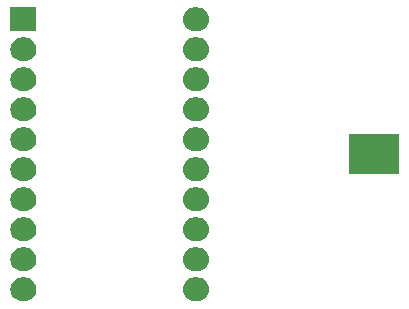
<source format=gbr>
G04 #@! TF.GenerationSoftware,KiCad,Pcbnew,(5.1.5)-3*
G04 #@! TF.CreationDate,2020-06-09T14:00:07-04:00*
G04 #@! TF.ProjectId,ble_mvp_1A-rev2-ButtonDaughter,626c655f-6d76-4705-9f31-412d72657632,rev?*
G04 #@! TF.SameCoordinates,Original*
G04 #@! TF.FileFunction,Soldermask,Bot*
G04 #@! TF.FilePolarity,Negative*
%FSLAX46Y46*%
G04 Gerber Fmt 4.6, Leading zero omitted, Abs format (unit mm)*
G04 Created by KiCad (PCBNEW (5.1.5)-3) date 2020-06-09 14:00:07*
%MOMM*%
%LPD*%
G04 APERTURE LIST*
%ADD10C,0.100000*%
G04 APERTURE END LIST*
D10*
G36*
X142003028Y-101007183D02*
G01*
X142191722Y-101064423D01*
X142365615Y-101157371D01*
X142518039Y-101282461D01*
X142643129Y-101434885D01*
X142736077Y-101608778D01*
X142793317Y-101797472D01*
X142812643Y-101993700D01*
X142793317Y-102189928D01*
X142736077Y-102378622D01*
X142643129Y-102552515D01*
X142518039Y-102704939D01*
X142365615Y-102830029D01*
X142191722Y-102922977D01*
X142003028Y-102980217D01*
X141855975Y-102994700D01*
X141557625Y-102994700D01*
X141410572Y-102980217D01*
X141221878Y-102922977D01*
X141047985Y-102830029D01*
X140895561Y-102704939D01*
X140770471Y-102552515D01*
X140677523Y-102378622D01*
X140620283Y-102189928D01*
X140600957Y-101993700D01*
X140620283Y-101797472D01*
X140677523Y-101608778D01*
X140770471Y-101434885D01*
X140895561Y-101282461D01*
X141047985Y-101157371D01*
X141221878Y-101064423D01*
X141410572Y-101007183D01*
X141557625Y-100992700D01*
X141855975Y-100992700D01*
X142003028Y-101007183D01*
G37*
G36*
X127393028Y-101007183D02*
G01*
X127581722Y-101064423D01*
X127755615Y-101157371D01*
X127908039Y-101282461D01*
X128033129Y-101434885D01*
X128126077Y-101608778D01*
X128183317Y-101797472D01*
X128202643Y-101993700D01*
X128183317Y-102189928D01*
X128126077Y-102378622D01*
X128033129Y-102552515D01*
X127908039Y-102704939D01*
X127755615Y-102830029D01*
X127581722Y-102922977D01*
X127393028Y-102980217D01*
X127245975Y-102994700D01*
X126947625Y-102994700D01*
X126800572Y-102980217D01*
X126611878Y-102922977D01*
X126437985Y-102830029D01*
X126285561Y-102704939D01*
X126160471Y-102552515D01*
X126067523Y-102378622D01*
X126010283Y-102189928D01*
X125990957Y-101993700D01*
X126010283Y-101797472D01*
X126067523Y-101608778D01*
X126160471Y-101434885D01*
X126285561Y-101282461D01*
X126437985Y-101157371D01*
X126611878Y-101064423D01*
X126800572Y-101007183D01*
X126947625Y-100992700D01*
X127245975Y-100992700D01*
X127393028Y-101007183D01*
G37*
G36*
X142003028Y-98467183D02*
G01*
X142191722Y-98524423D01*
X142365615Y-98617371D01*
X142518039Y-98742461D01*
X142643129Y-98894885D01*
X142736077Y-99068778D01*
X142793317Y-99257472D01*
X142812643Y-99453700D01*
X142793317Y-99649928D01*
X142736077Y-99838622D01*
X142643129Y-100012515D01*
X142518039Y-100164939D01*
X142365615Y-100290029D01*
X142191722Y-100382977D01*
X142003028Y-100440217D01*
X141855975Y-100454700D01*
X141557625Y-100454700D01*
X141410572Y-100440217D01*
X141221878Y-100382977D01*
X141047985Y-100290029D01*
X140895561Y-100164939D01*
X140770471Y-100012515D01*
X140677523Y-99838622D01*
X140620283Y-99649928D01*
X140600957Y-99453700D01*
X140620283Y-99257472D01*
X140677523Y-99068778D01*
X140770471Y-98894885D01*
X140895561Y-98742461D01*
X141047985Y-98617371D01*
X141221878Y-98524423D01*
X141410572Y-98467183D01*
X141557625Y-98452700D01*
X141855975Y-98452700D01*
X142003028Y-98467183D01*
G37*
G36*
X127393028Y-98467183D02*
G01*
X127581722Y-98524423D01*
X127755615Y-98617371D01*
X127908039Y-98742461D01*
X128033129Y-98894885D01*
X128126077Y-99068778D01*
X128183317Y-99257472D01*
X128202643Y-99453700D01*
X128183317Y-99649928D01*
X128126077Y-99838622D01*
X128033129Y-100012515D01*
X127908039Y-100164939D01*
X127755615Y-100290029D01*
X127581722Y-100382977D01*
X127393028Y-100440217D01*
X127245975Y-100454700D01*
X126947625Y-100454700D01*
X126800572Y-100440217D01*
X126611878Y-100382977D01*
X126437985Y-100290029D01*
X126285561Y-100164939D01*
X126160471Y-100012515D01*
X126067523Y-99838622D01*
X126010283Y-99649928D01*
X125990957Y-99453700D01*
X126010283Y-99257472D01*
X126067523Y-99068778D01*
X126160471Y-98894885D01*
X126285561Y-98742461D01*
X126437985Y-98617371D01*
X126611878Y-98524423D01*
X126800572Y-98467183D01*
X126947625Y-98452700D01*
X127245975Y-98452700D01*
X127393028Y-98467183D01*
G37*
G36*
X127393028Y-95927183D02*
G01*
X127581722Y-95984423D01*
X127755615Y-96077371D01*
X127908039Y-96202461D01*
X128033129Y-96354885D01*
X128126077Y-96528778D01*
X128183317Y-96717472D01*
X128202643Y-96913700D01*
X128183317Y-97109928D01*
X128126077Y-97298622D01*
X128033129Y-97472515D01*
X127908039Y-97624939D01*
X127755615Y-97750029D01*
X127581722Y-97842977D01*
X127393028Y-97900217D01*
X127245975Y-97914700D01*
X126947625Y-97914700D01*
X126800572Y-97900217D01*
X126611878Y-97842977D01*
X126437985Y-97750029D01*
X126285561Y-97624939D01*
X126160471Y-97472515D01*
X126067523Y-97298622D01*
X126010283Y-97109928D01*
X125990957Y-96913700D01*
X126010283Y-96717472D01*
X126067523Y-96528778D01*
X126160471Y-96354885D01*
X126285561Y-96202461D01*
X126437985Y-96077371D01*
X126611878Y-95984423D01*
X126800572Y-95927183D01*
X126947625Y-95912700D01*
X127245975Y-95912700D01*
X127393028Y-95927183D01*
G37*
G36*
X142003028Y-95927183D02*
G01*
X142191722Y-95984423D01*
X142365615Y-96077371D01*
X142518039Y-96202461D01*
X142643129Y-96354885D01*
X142736077Y-96528778D01*
X142793317Y-96717472D01*
X142812643Y-96913700D01*
X142793317Y-97109928D01*
X142736077Y-97298622D01*
X142643129Y-97472515D01*
X142518039Y-97624939D01*
X142365615Y-97750029D01*
X142191722Y-97842977D01*
X142003028Y-97900217D01*
X141855975Y-97914700D01*
X141557625Y-97914700D01*
X141410572Y-97900217D01*
X141221878Y-97842977D01*
X141047985Y-97750029D01*
X140895561Y-97624939D01*
X140770471Y-97472515D01*
X140677523Y-97298622D01*
X140620283Y-97109928D01*
X140600957Y-96913700D01*
X140620283Y-96717472D01*
X140677523Y-96528778D01*
X140770471Y-96354885D01*
X140895561Y-96202461D01*
X141047985Y-96077371D01*
X141221878Y-95984423D01*
X141410572Y-95927183D01*
X141557625Y-95912700D01*
X141855975Y-95912700D01*
X142003028Y-95927183D01*
G37*
G36*
X127393028Y-93387183D02*
G01*
X127581722Y-93444423D01*
X127755615Y-93537371D01*
X127908039Y-93662461D01*
X128033129Y-93814885D01*
X128126077Y-93988778D01*
X128183317Y-94177472D01*
X128202643Y-94373700D01*
X128183317Y-94569928D01*
X128126077Y-94758622D01*
X128033129Y-94932515D01*
X127908039Y-95084939D01*
X127755615Y-95210029D01*
X127581722Y-95302977D01*
X127393028Y-95360217D01*
X127245975Y-95374700D01*
X126947625Y-95374700D01*
X126800572Y-95360217D01*
X126611878Y-95302977D01*
X126437985Y-95210029D01*
X126285561Y-95084939D01*
X126160471Y-94932515D01*
X126067523Y-94758622D01*
X126010283Y-94569928D01*
X125990957Y-94373700D01*
X126010283Y-94177472D01*
X126067523Y-93988778D01*
X126160471Y-93814885D01*
X126285561Y-93662461D01*
X126437985Y-93537371D01*
X126611878Y-93444423D01*
X126800572Y-93387183D01*
X126947625Y-93372700D01*
X127245975Y-93372700D01*
X127393028Y-93387183D01*
G37*
G36*
X142003028Y-93387183D02*
G01*
X142191722Y-93444423D01*
X142365615Y-93537371D01*
X142518039Y-93662461D01*
X142643129Y-93814885D01*
X142736077Y-93988778D01*
X142793317Y-94177472D01*
X142812643Y-94373700D01*
X142793317Y-94569928D01*
X142736077Y-94758622D01*
X142643129Y-94932515D01*
X142518039Y-95084939D01*
X142365615Y-95210029D01*
X142191722Y-95302977D01*
X142003028Y-95360217D01*
X141855975Y-95374700D01*
X141557625Y-95374700D01*
X141410572Y-95360217D01*
X141221878Y-95302977D01*
X141047985Y-95210029D01*
X140895561Y-95084939D01*
X140770471Y-94932515D01*
X140677523Y-94758622D01*
X140620283Y-94569928D01*
X140600957Y-94373700D01*
X140620283Y-94177472D01*
X140677523Y-93988778D01*
X140770471Y-93814885D01*
X140895561Y-93662461D01*
X141047985Y-93537371D01*
X141221878Y-93444423D01*
X141410572Y-93387183D01*
X141557625Y-93372700D01*
X141855975Y-93372700D01*
X142003028Y-93387183D01*
G37*
G36*
X142003028Y-90847183D02*
G01*
X142191722Y-90904423D01*
X142365615Y-90997371D01*
X142518039Y-91122461D01*
X142643129Y-91274885D01*
X142736077Y-91448778D01*
X142793317Y-91637472D01*
X142812643Y-91833700D01*
X142793317Y-92029928D01*
X142736077Y-92218622D01*
X142643129Y-92392515D01*
X142518039Y-92544939D01*
X142365615Y-92670029D01*
X142191722Y-92762977D01*
X142003028Y-92820217D01*
X141855975Y-92834700D01*
X141557625Y-92834700D01*
X141410572Y-92820217D01*
X141221878Y-92762977D01*
X141047985Y-92670029D01*
X140895561Y-92544939D01*
X140770471Y-92392515D01*
X140677523Y-92218622D01*
X140620283Y-92029928D01*
X140600957Y-91833700D01*
X140620283Y-91637472D01*
X140677523Y-91448778D01*
X140770471Y-91274885D01*
X140895561Y-91122461D01*
X141047985Y-90997371D01*
X141221878Y-90904423D01*
X141410572Y-90847183D01*
X141557625Y-90832700D01*
X141855975Y-90832700D01*
X142003028Y-90847183D01*
G37*
G36*
X127393028Y-90847183D02*
G01*
X127581722Y-90904423D01*
X127755615Y-90997371D01*
X127908039Y-91122461D01*
X128033129Y-91274885D01*
X128126077Y-91448778D01*
X128183317Y-91637472D01*
X128202643Y-91833700D01*
X128183317Y-92029928D01*
X128126077Y-92218622D01*
X128033129Y-92392515D01*
X127908039Y-92544939D01*
X127755615Y-92670029D01*
X127581722Y-92762977D01*
X127393028Y-92820217D01*
X127245975Y-92834700D01*
X126947625Y-92834700D01*
X126800572Y-92820217D01*
X126611878Y-92762977D01*
X126437985Y-92670029D01*
X126285561Y-92544939D01*
X126160471Y-92392515D01*
X126067523Y-92218622D01*
X126010283Y-92029928D01*
X125990957Y-91833700D01*
X126010283Y-91637472D01*
X126067523Y-91448778D01*
X126160471Y-91274885D01*
X126285561Y-91122461D01*
X126437985Y-90997371D01*
X126611878Y-90904423D01*
X126800572Y-90847183D01*
X126947625Y-90832700D01*
X127245975Y-90832700D01*
X127393028Y-90847183D01*
G37*
G36*
X158862793Y-92261000D02*
G01*
X154660793Y-92261000D01*
X154660793Y-88859000D01*
X158862793Y-88859000D01*
X158862793Y-92261000D01*
G37*
G36*
X127393028Y-88307183D02*
G01*
X127581722Y-88364423D01*
X127755615Y-88457371D01*
X127908039Y-88582461D01*
X128033129Y-88734885D01*
X128126077Y-88908778D01*
X128183317Y-89097472D01*
X128202643Y-89293700D01*
X128183317Y-89489928D01*
X128126077Y-89678622D01*
X128033129Y-89852515D01*
X127908039Y-90004939D01*
X127755615Y-90130029D01*
X127581722Y-90222977D01*
X127393028Y-90280217D01*
X127245975Y-90294700D01*
X126947625Y-90294700D01*
X126800572Y-90280217D01*
X126611878Y-90222977D01*
X126437985Y-90130029D01*
X126285561Y-90004939D01*
X126160471Y-89852515D01*
X126067523Y-89678622D01*
X126010283Y-89489928D01*
X125990957Y-89293700D01*
X126010283Y-89097472D01*
X126067523Y-88908778D01*
X126160471Y-88734885D01*
X126285561Y-88582461D01*
X126437985Y-88457371D01*
X126611878Y-88364423D01*
X126800572Y-88307183D01*
X126947625Y-88292700D01*
X127245975Y-88292700D01*
X127393028Y-88307183D01*
G37*
G36*
X142003028Y-88307183D02*
G01*
X142191722Y-88364423D01*
X142365615Y-88457371D01*
X142518039Y-88582461D01*
X142643129Y-88734885D01*
X142736077Y-88908778D01*
X142793317Y-89097472D01*
X142812643Y-89293700D01*
X142793317Y-89489928D01*
X142736077Y-89678622D01*
X142643129Y-89852515D01*
X142518039Y-90004939D01*
X142365615Y-90130029D01*
X142191722Y-90222977D01*
X142003028Y-90280217D01*
X141855975Y-90294700D01*
X141557625Y-90294700D01*
X141410572Y-90280217D01*
X141221878Y-90222977D01*
X141047985Y-90130029D01*
X140895561Y-90004939D01*
X140770471Y-89852515D01*
X140677523Y-89678622D01*
X140620283Y-89489928D01*
X140600957Y-89293700D01*
X140620283Y-89097472D01*
X140677523Y-88908778D01*
X140770471Y-88734885D01*
X140895561Y-88582461D01*
X141047985Y-88457371D01*
X141221878Y-88364423D01*
X141410572Y-88307183D01*
X141557625Y-88292700D01*
X141855975Y-88292700D01*
X142003028Y-88307183D01*
G37*
G36*
X127393028Y-85767183D02*
G01*
X127581722Y-85824423D01*
X127755615Y-85917371D01*
X127908039Y-86042461D01*
X128033129Y-86194885D01*
X128126077Y-86368778D01*
X128183317Y-86557472D01*
X128202643Y-86753700D01*
X128183317Y-86949928D01*
X128126077Y-87138622D01*
X128033129Y-87312515D01*
X127908039Y-87464939D01*
X127755615Y-87590029D01*
X127581722Y-87682977D01*
X127393028Y-87740217D01*
X127245975Y-87754700D01*
X126947625Y-87754700D01*
X126800572Y-87740217D01*
X126611878Y-87682977D01*
X126437985Y-87590029D01*
X126285561Y-87464939D01*
X126160471Y-87312515D01*
X126067523Y-87138622D01*
X126010283Y-86949928D01*
X125990957Y-86753700D01*
X126010283Y-86557472D01*
X126067523Y-86368778D01*
X126160471Y-86194885D01*
X126285561Y-86042461D01*
X126437985Y-85917371D01*
X126611878Y-85824423D01*
X126800572Y-85767183D01*
X126947625Y-85752700D01*
X127245975Y-85752700D01*
X127393028Y-85767183D01*
G37*
G36*
X142003028Y-85767183D02*
G01*
X142191722Y-85824423D01*
X142365615Y-85917371D01*
X142518039Y-86042461D01*
X142643129Y-86194885D01*
X142736077Y-86368778D01*
X142793317Y-86557472D01*
X142812643Y-86753700D01*
X142793317Y-86949928D01*
X142736077Y-87138622D01*
X142643129Y-87312515D01*
X142518039Y-87464939D01*
X142365615Y-87590029D01*
X142191722Y-87682977D01*
X142003028Y-87740217D01*
X141855975Y-87754700D01*
X141557625Y-87754700D01*
X141410572Y-87740217D01*
X141221878Y-87682977D01*
X141047985Y-87590029D01*
X140895561Y-87464939D01*
X140770471Y-87312515D01*
X140677523Y-87138622D01*
X140620283Y-86949928D01*
X140600957Y-86753700D01*
X140620283Y-86557472D01*
X140677523Y-86368778D01*
X140770471Y-86194885D01*
X140895561Y-86042461D01*
X141047985Y-85917371D01*
X141221878Y-85824423D01*
X141410572Y-85767183D01*
X141557625Y-85752700D01*
X141855975Y-85752700D01*
X142003028Y-85767183D01*
G37*
G36*
X127393028Y-83227183D02*
G01*
X127581722Y-83284423D01*
X127755615Y-83377371D01*
X127908039Y-83502461D01*
X128033129Y-83654885D01*
X128126077Y-83828778D01*
X128183317Y-84017472D01*
X128202643Y-84213700D01*
X128183317Y-84409928D01*
X128126077Y-84598622D01*
X128033129Y-84772515D01*
X127908039Y-84924939D01*
X127755615Y-85050029D01*
X127581722Y-85142977D01*
X127393028Y-85200217D01*
X127245975Y-85214700D01*
X126947625Y-85214700D01*
X126800572Y-85200217D01*
X126611878Y-85142977D01*
X126437985Y-85050029D01*
X126285561Y-84924939D01*
X126160471Y-84772515D01*
X126067523Y-84598622D01*
X126010283Y-84409928D01*
X125990957Y-84213700D01*
X126010283Y-84017472D01*
X126067523Y-83828778D01*
X126160471Y-83654885D01*
X126285561Y-83502461D01*
X126437985Y-83377371D01*
X126611878Y-83284423D01*
X126800572Y-83227183D01*
X126947625Y-83212700D01*
X127245975Y-83212700D01*
X127393028Y-83227183D01*
G37*
G36*
X142003028Y-83227183D02*
G01*
X142191722Y-83284423D01*
X142365615Y-83377371D01*
X142518039Y-83502461D01*
X142643129Y-83654885D01*
X142736077Y-83828778D01*
X142793317Y-84017472D01*
X142812643Y-84213700D01*
X142793317Y-84409928D01*
X142736077Y-84598622D01*
X142643129Y-84772515D01*
X142518039Y-84924939D01*
X142365615Y-85050029D01*
X142191722Y-85142977D01*
X142003028Y-85200217D01*
X141855975Y-85214700D01*
X141557625Y-85214700D01*
X141410572Y-85200217D01*
X141221878Y-85142977D01*
X141047985Y-85050029D01*
X140895561Y-84924939D01*
X140770471Y-84772515D01*
X140677523Y-84598622D01*
X140620283Y-84409928D01*
X140600957Y-84213700D01*
X140620283Y-84017472D01*
X140677523Y-83828778D01*
X140770471Y-83654885D01*
X140895561Y-83502461D01*
X141047985Y-83377371D01*
X141221878Y-83284423D01*
X141410572Y-83227183D01*
X141557625Y-83212700D01*
X141855975Y-83212700D01*
X142003028Y-83227183D01*
G37*
G36*
X127393028Y-80687183D02*
G01*
X127581722Y-80744423D01*
X127755615Y-80837371D01*
X127908039Y-80962461D01*
X128033129Y-81114885D01*
X128126077Y-81288778D01*
X128183317Y-81477472D01*
X128202643Y-81673700D01*
X128183317Y-81869928D01*
X128126077Y-82058622D01*
X128033129Y-82232515D01*
X127908039Y-82384939D01*
X127755615Y-82510029D01*
X127581722Y-82602977D01*
X127393028Y-82660217D01*
X127245975Y-82674700D01*
X126947625Y-82674700D01*
X126800572Y-82660217D01*
X126611878Y-82602977D01*
X126437985Y-82510029D01*
X126285561Y-82384939D01*
X126160471Y-82232515D01*
X126067523Y-82058622D01*
X126010283Y-81869928D01*
X125990957Y-81673700D01*
X126010283Y-81477472D01*
X126067523Y-81288778D01*
X126160471Y-81114885D01*
X126285561Y-80962461D01*
X126437985Y-80837371D01*
X126611878Y-80744423D01*
X126800572Y-80687183D01*
X126947625Y-80672700D01*
X127245975Y-80672700D01*
X127393028Y-80687183D01*
G37*
G36*
X142003028Y-80687183D02*
G01*
X142191722Y-80744423D01*
X142365615Y-80837371D01*
X142518039Y-80962461D01*
X142643129Y-81114885D01*
X142736077Y-81288778D01*
X142793317Y-81477472D01*
X142812643Y-81673700D01*
X142793317Y-81869928D01*
X142736077Y-82058622D01*
X142643129Y-82232515D01*
X142518039Y-82384939D01*
X142365615Y-82510029D01*
X142191722Y-82602977D01*
X142003028Y-82660217D01*
X141855975Y-82674700D01*
X141557625Y-82674700D01*
X141410572Y-82660217D01*
X141221878Y-82602977D01*
X141047985Y-82510029D01*
X140895561Y-82384939D01*
X140770471Y-82232515D01*
X140677523Y-82058622D01*
X140620283Y-81869928D01*
X140600957Y-81673700D01*
X140620283Y-81477472D01*
X140677523Y-81288778D01*
X140770471Y-81114885D01*
X140895561Y-80962461D01*
X141047985Y-80837371D01*
X141221878Y-80744423D01*
X141410572Y-80687183D01*
X141557625Y-80672700D01*
X141855975Y-80672700D01*
X142003028Y-80687183D01*
G37*
G36*
X128197800Y-80134700D02*
G01*
X125995800Y-80134700D01*
X125995800Y-78132700D01*
X128197800Y-78132700D01*
X128197800Y-80134700D01*
G37*
G36*
X142003028Y-78147183D02*
G01*
X142191722Y-78204423D01*
X142365615Y-78297371D01*
X142518039Y-78422461D01*
X142643129Y-78574885D01*
X142736077Y-78748778D01*
X142793317Y-78937472D01*
X142812643Y-79133700D01*
X142793317Y-79329928D01*
X142736077Y-79518622D01*
X142643129Y-79692515D01*
X142518039Y-79844939D01*
X142365615Y-79970029D01*
X142191722Y-80062977D01*
X142003028Y-80120217D01*
X141855975Y-80134700D01*
X141557625Y-80134700D01*
X141410572Y-80120217D01*
X141221878Y-80062977D01*
X141047985Y-79970029D01*
X140895561Y-79844939D01*
X140770471Y-79692515D01*
X140677523Y-79518622D01*
X140620283Y-79329928D01*
X140600957Y-79133700D01*
X140620283Y-78937472D01*
X140677523Y-78748778D01*
X140770471Y-78574885D01*
X140895561Y-78422461D01*
X141047985Y-78297371D01*
X141221878Y-78204423D01*
X141410572Y-78147183D01*
X141557625Y-78132700D01*
X141855975Y-78132700D01*
X142003028Y-78147183D01*
G37*
M02*

</source>
